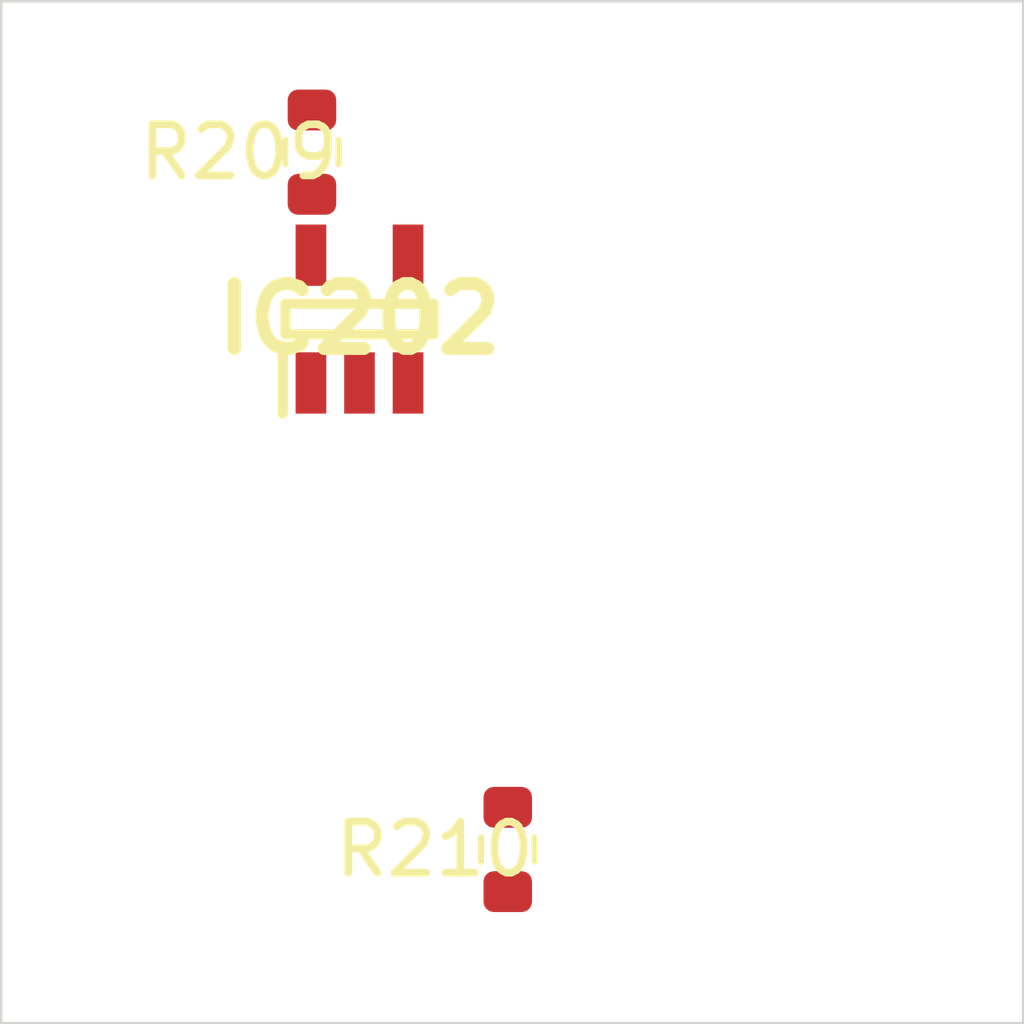
<source format=kicad_pcb>
 ( kicad_pcb  ( version 20171130 )
 ( host pcbnew 5.1.12-84ad8e8a86~92~ubuntu18.04.1 )
 ( general  ( thickness 1.6 )
 ( drawings 4 )
 ( tracks 0 )
 ( zones 0 )
 ( modules 3 )
 ( nets 5 )
)
 ( page A4 )
 ( layers  ( 0 F.Cu signal )
 ( 31 B.Cu signal )
 ( 32 B.Adhes user )
 ( 33 F.Adhes user )
 ( 34 B.Paste user )
 ( 35 F.Paste user )
 ( 36 B.SilkS user )
 ( 37 F.SilkS user )
 ( 38 B.Mask user )
 ( 39 F.Mask user )
 ( 40 Dwgs.User user )
 ( 41 Cmts.User user )
 ( 42 Eco1.User user )
 ( 43 Eco2.User user )
 ( 44 Edge.Cuts user )
 ( 45 Margin user )
 ( 46 B.CrtYd user )
 ( 47 F.CrtYd user )
 ( 48 B.Fab user )
 ( 49 F.Fab user )
)
 ( setup  ( last_trace_width 0.25 )
 ( trace_clearance 0.2 )
 ( zone_clearance 0.508 )
 ( zone_45_only no )
 ( trace_min 0.2 )
 ( via_size 0.8 )
 ( via_drill 0.4 )
 ( via_min_size 0.4 )
 ( via_min_drill 0.3 )
 ( uvia_size 0.3 )
 ( uvia_drill 0.1 )
 ( uvias_allowed no )
 ( uvia_min_size 0.2 )
 ( uvia_min_drill 0.1 )
 ( edge_width 0.05 )
 ( segment_width 0.2 )
 ( pcb_text_width 0.3 )
 ( pcb_text_size 1.5 1.5 )
 ( mod_edge_width 0.12 )
 ( mod_text_size 1 1 )
 ( mod_text_width 0.15 )
 ( pad_size 1.524 1.524 )
 ( pad_drill 0.762 )
 ( pad_to_mask_clearance 0 )
 ( aux_axis_origin 0 0 )
 ( visible_elements FFFFFF7F )
 ( pcbplotparams  ( layerselection 0x010fc_ffffffff )
 ( usegerberextensions false )
 ( usegerberattributes true )
 ( usegerberadvancedattributes true )
 ( creategerberjobfile true )
 ( excludeedgelayer true )
 ( linewidth 0.100000 )
 ( plotframeref false )
 ( viasonmask false )
 ( mode 1 )
 ( useauxorigin false )
 ( hpglpennumber 1 )
 ( hpglpenspeed 20 )
 ( hpglpendiameter 15.000000 )
 ( psnegative false )
 ( psa4output false )
 ( plotreference true )
 ( plotvalue true )
 ( plotinvisibletext false )
 ( padsonsilk false )
 ( subtractmaskfromsilk false )
 ( outputformat 1 )
 ( mirror false )
 ( drillshape 1 )
 ( scaleselection 1 )
 ( outputdirectory "" )
)
)
 ( net 0 "" )
 ( net 1 GND )
 ( net 2 VDDA )
 ( net 3 /Sheet6235D886/vp )
 ( net 4 "Net-(IC202-Pad3)" )
 ( net_class Default "This is the default net class."  ( clearance 0.2 )
 ( trace_width 0.25 )
 ( via_dia 0.8 )
 ( via_drill 0.4 )
 ( uvia_dia 0.3 )
 ( uvia_drill 0.1 )
 ( add_net /Sheet6235D886/vp )
 ( add_net GND )
 ( add_net "Net-(IC202-Pad3)" )
 ( add_net VDDA )
)
 ( module SOT95P280X145-5N locked  ( layer F.Cu )
 ( tedit 62336ED7 )
 ( tstamp 623423ED )
 ( at 87.010600 106.220000 90.000000 )
 ( descr DBV0005A )
 ( tags "Integrated Circuit" )
 ( path /6235D887/6266C08E )
 ( attr smd )
 ( fp_text reference IC202  ( at 0 0 )
 ( layer F.SilkS )
 ( effects  ( font  ( size 1.27 1.27 )
 ( thickness 0.254 )
)
)
)
 ( fp_text value TL071HIDBVR  ( at 0 0 )
 ( layer F.SilkS )
hide  ( effects  ( font  ( size 1.27 1.27 )
 ( thickness 0.254 )
)
)
)
 ( fp_line  ( start -1.85 -1.5 )
 ( end -0.65 -1.5 )
 ( layer F.SilkS )
 ( width 0.2 )
)
 ( fp_line  ( start -0.3 1.45 )
 ( end -0.3 -1.45 )
 ( layer F.SilkS )
 ( width 0.2 )
)
 ( fp_line  ( start 0.3 1.45 )
 ( end -0.3 1.45 )
 ( layer F.SilkS )
 ( width 0.2 )
)
 ( fp_line  ( start 0.3 -1.45 )
 ( end 0.3 1.45 )
 ( layer F.SilkS )
 ( width 0.2 )
)
 ( fp_line  ( start -0.3 -1.45 )
 ( end 0.3 -1.45 )
 ( layer F.SilkS )
 ( width 0.2 )
)
 ( fp_line  ( start -0.8 -0.5 )
 ( end 0.15 -1.45 )
 ( layer Dwgs.User )
 ( width 0.1 )
)
 ( fp_line  ( start -0.8 1.45 )
 ( end -0.8 -1.45 )
 ( layer Dwgs.User )
 ( width 0.1 )
)
 ( fp_line  ( start 0.8 1.45 )
 ( end -0.8 1.45 )
 ( layer Dwgs.User )
 ( width 0.1 )
)
 ( fp_line  ( start 0.8 -1.45 )
 ( end 0.8 1.45 )
 ( layer Dwgs.User )
 ( width 0.1 )
)
 ( fp_line  ( start -0.8 -1.45 )
 ( end 0.8 -1.45 )
 ( layer Dwgs.User )
 ( width 0.1 )
)
 ( fp_line  ( start -2.1 1.775 )
 ( end -2.1 -1.775 )
 ( layer Dwgs.User )
 ( width 0.05 )
)
 ( fp_line  ( start 2.1 1.775 )
 ( end -2.1 1.775 )
 ( layer Dwgs.User )
 ( width 0.05 )
)
 ( fp_line  ( start 2.1 -1.775 )
 ( end 2.1 1.775 )
 ( layer Dwgs.User )
 ( width 0.05 )
)
 ( fp_line  ( start -2.1 -1.775 )
 ( end 2.1 -1.775 )
 ( layer Dwgs.User )
 ( width 0.05 )
)
 ( pad 1 smd rect  ( at -1.25 -0.95 180.000000 )
 ( size 0.6 1.2 )
 ( layers F.Cu F.Mask F.Paste )
 ( net 3 /Sheet6235D886/vp )
)
 ( pad 2 smd rect  ( at -1.25 0 180.000000 )
 ( size 0.6 1.2 )
 ( layers F.Cu F.Mask F.Paste )
 ( net 1 GND )
)
 ( pad 3 smd rect  ( at -1.25 0.95 180.000000 )
 ( size 0.6 1.2 )
 ( layers F.Cu F.Mask F.Paste )
 ( net 4 "Net-(IC202-Pad3)" )
)
 ( pad 4 smd rect  ( at 1.25 0.95 180.000000 )
 ( size 0.6 1.2 )
 ( layers F.Cu F.Mask F.Paste )
 ( net 3 /Sheet6235D886/vp )
)
 ( pad 5 smd rect  ( at 1.25 -0.95 180.000000 )
 ( size 0.6 1.2 )
 ( layers F.Cu F.Mask F.Paste )
 ( net 2 VDDA )
)
)
 ( module Resistor_SMD:R_0603_1608Metric  ( layer F.Cu )
 ( tedit 5F68FEEE )
 ( tstamp 62342595 )
 ( at 86.080100 102.953000 90.000000 )
 ( descr "Resistor SMD 0603 (1608 Metric), square (rectangular) end terminal, IPC_7351 nominal, (Body size source: IPC-SM-782 page 72, https://www.pcb-3d.com/wordpress/wp-content/uploads/ipc-sm-782a_amendment_1_and_2.pdf), generated with kicad-footprint-generator" )
 ( tags resistor )
 ( path /6235D887/623CDBD9 )
 ( attr smd )
 ( fp_text reference R209  ( at 0 -1.43 )
 ( layer F.SilkS )
 ( effects  ( font  ( size 1 1 )
 ( thickness 0.15 )
)
)
)
 ( fp_text value 100k  ( at 0 1.43 )
 ( layer F.Fab )
 ( effects  ( font  ( size 1 1 )
 ( thickness 0.15 )
)
)
)
 ( fp_line  ( start -0.8 0.4125 )
 ( end -0.8 -0.4125 )
 ( layer F.Fab )
 ( width 0.1 )
)
 ( fp_line  ( start -0.8 -0.4125 )
 ( end 0.8 -0.4125 )
 ( layer F.Fab )
 ( width 0.1 )
)
 ( fp_line  ( start 0.8 -0.4125 )
 ( end 0.8 0.4125 )
 ( layer F.Fab )
 ( width 0.1 )
)
 ( fp_line  ( start 0.8 0.4125 )
 ( end -0.8 0.4125 )
 ( layer F.Fab )
 ( width 0.1 )
)
 ( fp_line  ( start -0.237258 -0.5225 )
 ( end 0.237258 -0.5225 )
 ( layer F.SilkS )
 ( width 0.12 )
)
 ( fp_line  ( start -0.237258 0.5225 )
 ( end 0.237258 0.5225 )
 ( layer F.SilkS )
 ( width 0.12 )
)
 ( fp_line  ( start -1.48 0.73 )
 ( end -1.48 -0.73 )
 ( layer F.CrtYd )
 ( width 0.05 )
)
 ( fp_line  ( start -1.48 -0.73 )
 ( end 1.48 -0.73 )
 ( layer F.CrtYd )
 ( width 0.05 )
)
 ( fp_line  ( start 1.48 -0.73 )
 ( end 1.48 0.73 )
 ( layer F.CrtYd )
 ( width 0.05 )
)
 ( fp_line  ( start 1.48 0.73 )
 ( end -1.48 0.73 )
 ( layer F.CrtYd )
 ( width 0.05 )
)
 ( fp_text user %R  ( at 0 0 )
 ( layer F.Fab )
 ( effects  ( font  ( size 0.4 0.4 )
 ( thickness 0.06 )
)
)
)
 ( pad 1 smd roundrect  ( at -0.825 0 90.000000 )
 ( size 0.8 0.95 )
 ( layers F.Cu F.Mask F.Paste )
 ( roundrect_rratio 0.25 )
 ( net 2 VDDA )
)
 ( pad 2 smd roundrect  ( at 0.825 0 90.000000 )
 ( size 0.8 0.95 )
 ( layers F.Cu F.Mask F.Paste )
 ( roundrect_rratio 0.25 )
 ( net 4 "Net-(IC202-Pad3)" )
)
 ( model ${KISYS3DMOD}/Resistor_SMD.3dshapes/R_0603_1608Metric.wrl  ( at  ( xyz 0 0 0 )
)
 ( scale  ( xyz 1 1 1 )
)
 ( rotate  ( xyz 0 0 0 )
)
)
)
 ( module Resistor_SMD:R_0603_1608Metric  ( layer F.Cu )
 ( tedit 5F68FEEE )
 ( tstamp 623425A6 )
 ( at 89.912500 116.600000 90.000000 )
 ( descr "Resistor SMD 0603 (1608 Metric), square (rectangular) end terminal, IPC_7351 nominal, (Body size source: IPC-SM-782 page 72, https://www.pcb-3d.com/wordpress/wp-content/uploads/ipc-sm-782a_amendment_1_and_2.pdf), generated with kicad-footprint-generator" )
 ( tags resistor )
 ( path /6235D887/623CDBDF )
 ( attr smd )
 ( fp_text reference R210  ( at 0 -1.43 )
 ( layer F.SilkS )
 ( effects  ( font  ( size 1 1 )
 ( thickness 0.15 )
)
)
)
 ( fp_text value 100k  ( at 0 1.43 )
 ( layer F.Fab )
 ( effects  ( font  ( size 1 1 )
 ( thickness 0.15 )
)
)
)
 ( fp_line  ( start 1.48 0.73 )
 ( end -1.48 0.73 )
 ( layer F.CrtYd )
 ( width 0.05 )
)
 ( fp_line  ( start 1.48 -0.73 )
 ( end 1.48 0.73 )
 ( layer F.CrtYd )
 ( width 0.05 )
)
 ( fp_line  ( start -1.48 -0.73 )
 ( end 1.48 -0.73 )
 ( layer F.CrtYd )
 ( width 0.05 )
)
 ( fp_line  ( start -1.48 0.73 )
 ( end -1.48 -0.73 )
 ( layer F.CrtYd )
 ( width 0.05 )
)
 ( fp_line  ( start -0.237258 0.5225 )
 ( end 0.237258 0.5225 )
 ( layer F.SilkS )
 ( width 0.12 )
)
 ( fp_line  ( start -0.237258 -0.5225 )
 ( end 0.237258 -0.5225 )
 ( layer F.SilkS )
 ( width 0.12 )
)
 ( fp_line  ( start 0.8 0.4125 )
 ( end -0.8 0.4125 )
 ( layer F.Fab )
 ( width 0.1 )
)
 ( fp_line  ( start 0.8 -0.4125 )
 ( end 0.8 0.4125 )
 ( layer F.Fab )
 ( width 0.1 )
)
 ( fp_line  ( start -0.8 -0.4125 )
 ( end 0.8 -0.4125 )
 ( layer F.Fab )
 ( width 0.1 )
)
 ( fp_line  ( start -0.8 0.4125 )
 ( end -0.8 -0.4125 )
 ( layer F.Fab )
 ( width 0.1 )
)
 ( fp_text user %R  ( at 0 0 )
 ( layer F.Fab )
 ( effects  ( font  ( size 0.4 0.4 )
 ( thickness 0.06 )
)
)
)
 ( pad 2 smd roundrect  ( at 0.825 0 90.000000 )
 ( size 0.8 0.95 )
 ( layers F.Cu F.Mask F.Paste )
 ( roundrect_rratio 0.25 )
 ( net 1 GND )
)
 ( pad 1 smd roundrect  ( at -0.825 0 90.000000 )
 ( size 0.8 0.95 )
 ( layers F.Cu F.Mask F.Paste )
 ( roundrect_rratio 0.25 )
 ( net 4 "Net-(IC202-Pad3)" )
)
 ( model ${KISYS3DMOD}/Resistor_SMD.3dshapes/R_0603_1608Metric.wrl  ( at  ( xyz 0 0 0 )
)
 ( scale  ( xyz 1 1 1 )
)
 ( rotate  ( xyz 0 0 0 )
)
)
)
 ( gr_line  ( start 100 100 )
 ( end 100 120 )
 ( layer Edge.Cuts )
 ( width 0.05 )
 ( tstamp 62E770C4 )
)
 ( gr_line  ( start 80 120 )
 ( end 100 120 )
 ( layer Edge.Cuts )
 ( width 0.05 )
 ( tstamp 62E770C0 )
)
 ( gr_line  ( start 80 100 )
 ( end 100 100 )
 ( layer Edge.Cuts )
 ( width 0.05 )
 ( tstamp 6234110C )
)
 ( gr_line  ( start 80 100 )
 ( end 80 120 )
 ( layer Edge.Cuts )
 ( width 0.05 )
)
)

</source>
